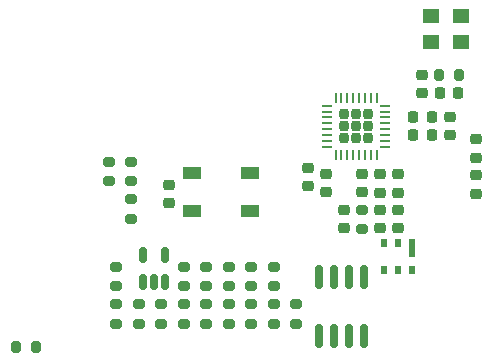
<source format=gtp>
%TF.GenerationSoftware,KiCad,Pcbnew,6.0.4+dfsg-1*%
%TF.CreationDate,2022-04-13T00:03:44+02:00*%
%TF.ProjectId,bbb-mrf89xa-cape,6262622d-6d72-4663-9839-78612d636170,rev?*%
%TF.SameCoordinates,Original*%
%TF.FileFunction,Paste,Top*%
%TF.FilePolarity,Positive*%
%FSLAX46Y46*%
G04 Gerber Fmt 4.6, Leading zero omitted, Abs format (unit mm)*
G04 Created by KiCad (PCBNEW 6.0.4+dfsg-1) date 2022-04-13 00:03:44*
%MOMM*%
%LPD*%
G01*
G04 APERTURE LIST*
G04 Aperture macros list*
%AMRoundRect*
0 Rectangle with rounded corners*
0 $1 Rounding radius*
0 $2 $3 $4 $5 $6 $7 $8 $9 X,Y pos of 4 corners*
0 Add a 4 corners polygon primitive as box body*
4,1,4,$2,$3,$4,$5,$6,$7,$8,$9,$2,$3,0*
0 Add four circle primitives for the rounded corners*
1,1,$1+$1,$2,$3*
1,1,$1+$1,$4,$5*
1,1,$1+$1,$6,$7*
1,1,$1+$1,$8,$9*
0 Add four rect primitives between the rounded corners*
20,1,$1+$1,$2,$3,$4,$5,0*
20,1,$1+$1,$4,$5,$6,$7,0*
20,1,$1+$1,$6,$7,$8,$9,0*
20,1,$1+$1,$8,$9,$2,$3,0*%
G04 Aperture macros list end*
%ADD10RoundRect,0.225000X-0.250000X0.225000X-0.250000X-0.225000X0.250000X-0.225000X0.250000X0.225000X0*%
%ADD11RoundRect,0.200000X-0.275000X0.200000X-0.275000X-0.200000X0.275000X-0.200000X0.275000X0.200000X0*%
%ADD12RoundRect,0.225000X0.250000X-0.225000X0.250000X0.225000X-0.250000X0.225000X-0.250000X-0.225000X0*%
%ADD13RoundRect,0.218750X0.256250X-0.218750X0.256250X0.218750X-0.256250X0.218750X-0.256250X-0.218750X0*%
%ADD14R,0.600000X1.500000*%
%ADD15R,0.600000X0.750000*%
%ADD16RoundRect,0.150000X-0.150000X0.825000X-0.150000X-0.825000X0.150000X-0.825000X0.150000X0.825000X0*%
%ADD17RoundRect,0.218750X-0.256250X0.218750X-0.256250X-0.218750X0.256250X-0.218750X0.256250X0.218750X0*%
%ADD18RoundRect,0.200000X0.275000X-0.200000X0.275000X0.200000X-0.275000X0.200000X-0.275000X-0.200000X0*%
%ADD19R,1.400000X1.200000*%
%ADD20RoundRect,0.200000X0.200000X0.275000X-0.200000X0.275000X-0.200000X-0.275000X0.200000X-0.275000X0*%
%ADD21RoundRect,0.218750X0.218750X0.256250X-0.218750X0.256250X-0.218750X-0.256250X0.218750X-0.256250X0*%
%ADD22RoundRect,0.207500X0.207500X0.207500X-0.207500X0.207500X-0.207500X-0.207500X0.207500X-0.207500X0*%
%ADD23RoundRect,0.062500X0.375000X0.062500X-0.375000X0.062500X-0.375000X-0.062500X0.375000X-0.062500X0*%
%ADD24RoundRect,0.062500X0.062500X0.375000X-0.062500X0.375000X-0.062500X-0.375000X0.062500X-0.375000X0*%
%ADD25R,1.500000X1.000000*%
%ADD26RoundRect,0.150000X0.150000X-0.512500X0.150000X0.512500X-0.150000X0.512500X-0.150000X-0.512500X0*%
%ADD27RoundRect,0.225000X-0.225000X-0.250000X0.225000X-0.250000X0.225000X0.250000X-0.225000X0.250000X0*%
G04 APERTURE END LIST*
D10*
X80518000Y-66281000D03*
X80518000Y-67831000D03*
D11*
X73025000Y-74105000D03*
X73025000Y-75755000D03*
D10*
X85598000Y-57899000D03*
X85598000Y-59449000D03*
D12*
X77470000Y-67831000D03*
X77470000Y-66281000D03*
D10*
X90170000Y-66395000D03*
X90170000Y-67945000D03*
D13*
X82042000Y-67843500D03*
X82042000Y-66268500D03*
D11*
X69215000Y-74105000D03*
X69215000Y-75755000D03*
D14*
X84766000Y-72511000D03*
D15*
X83566000Y-72136000D03*
X82366000Y-72136000D03*
X82366000Y-74386000D03*
X83566000Y-74386000D03*
X84766000Y-74386000D03*
D16*
X80645000Y-74995000D03*
X79375000Y-74995000D03*
X78105000Y-74995000D03*
X76835000Y-74995000D03*
X76835000Y-79945000D03*
X78105000Y-79945000D03*
X79375000Y-79945000D03*
X80645000Y-79945000D03*
D11*
X65405000Y-74105000D03*
X65405000Y-75755000D03*
D12*
X83566000Y-70879000D03*
X83566000Y-69329000D03*
D17*
X83566000Y-66268500D03*
X83566000Y-67843500D03*
D18*
X73025000Y-78930000D03*
X73025000Y-77280000D03*
X74930000Y-78930000D03*
X74930000Y-77280000D03*
D11*
X59690000Y-74105000D03*
X59690000Y-75755000D03*
D18*
X80518000Y-70929000D03*
X80518000Y-69279000D03*
D19*
X88900000Y-52875000D03*
X86360000Y-52875000D03*
X86360000Y-55075000D03*
X88900000Y-55075000D03*
D18*
X60960000Y-66865000D03*
X60960000Y-65215000D03*
D20*
X88709000Y-57912000D03*
X87059000Y-57912000D03*
X52895000Y-80899000D03*
X51245000Y-80899000D03*
D18*
X67310000Y-78930000D03*
X67310000Y-77280000D03*
D10*
X82042000Y-69329000D03*
X82042000Y-70879000D03*
D21*
X86415000Y-62988000D03*
X84840000Y-62988000D03*
D10*
X64135000Y-67170000D03*
X64135000Y-68720000D03*
D18*
X65405000Y-78930000D03*
X65405000Y-77280000D03*
D17*
X90170000Y-63347500D03*
X90170000Y-64922500D03*
D10*
X78994000Y-69329000D03*
X78994000Y-70879000D03*
D18*
X59690000Y-78930000D03*
X59690000Y-77280000D03*
D22*
X81040000Y-61200000D03*
X78980000Y-62230000D03*
X78980000Y-63260000D03*
X81040000Y-62230000D03*
X80010000Y-63260000D03*
X78980000Y-61200000D03*
X81040000Y-63260000D03*
X80010000Y-62230000D03*
X80010000Y-61200000D03*
D23*
X82447500Y-63980000D03*
X82447500Y-63480000D03*
X82447500Y-62980000D03*
X82447500Y-62480000D03*
X82447500Y-61980000D03*
X82447500Y-61480000D03*
X82447500Y-60980000D03*
X82447500Y-60480000D03*
D24*
X81760000Y-59792500D03*
X81260000Y-59792500D03*
X80760000Y-59792500D03*
X80260000Y-59792500D03*
X79760000Y-59792500D03*
X79260000Y-59792500D03*
X78760000Y-59792500D03*
X78260000Y-59792500D03*
D23*
X77572500Y-60480000D03*
X77572500Y-60980000D03*
X77572500Y-61480000D03*
X77572500Y-61980000D03*
X77572500Y-62480000D03*
X77572500Y-62980000D03*
X77572500Y-63480000D03*
X77572500Y-63980000D03*
D24*
X78260000Y-64667500D03*
X78760000Y-64667500D03*
X79260000Y-64667500D03*
X79760000Y-64667500D03*
X80260000Y-64667500D03*
X80760000Y-64667500D03*
X81260000Y-64667500D03*
X81760000Y-64667500D03*
D11*
X71120000Y-74105000D03*
X71120000Y-75755000D03*
D18*
X60960000Y-70040000D03*
X60960000Y-68390000D03*
D11*
X67310000Y-74105000D03*
X67310000Y-75755000D03*
D10*
X87913500Y-61451000D03*
X87913500Y-63001000D03*
D25*
X71030000Y-69385000D03*
X71030000Y-66185000D03*
X66130000Y-66185000D03*
X66130000Y-69385000D03*
D18*
X69215000Y-78930000D03*
X69215000Y-77280000D03*
X71120000Y-78930000D03*
X71120000Y-77280000D03*
D26*
X61915000Y-75432500D03*
X62865000Y-75432500D03*
X63815000Y-75432500D03*
X63815000Y-73157500D03*
X61915000Y-73157500D03*
D27*
X87109000Y-59436000D03*
X88659000Y-59436000D03*
D21*
X86415000Y-61464000D03*
X84840000Y-61464000D03*
D18*
X61595000Y-78930000D03*
X61595000Y-77280000D03*
D10*
X75946000Y-65773000D03*
X75946000Y-67323000D03*
D18*
X63500000Y-78930000D03*
X63500000Y-77280000D03*
X59055000Y-66865000D03*
X59055000Y-65215000D03*
M02*

</source>
